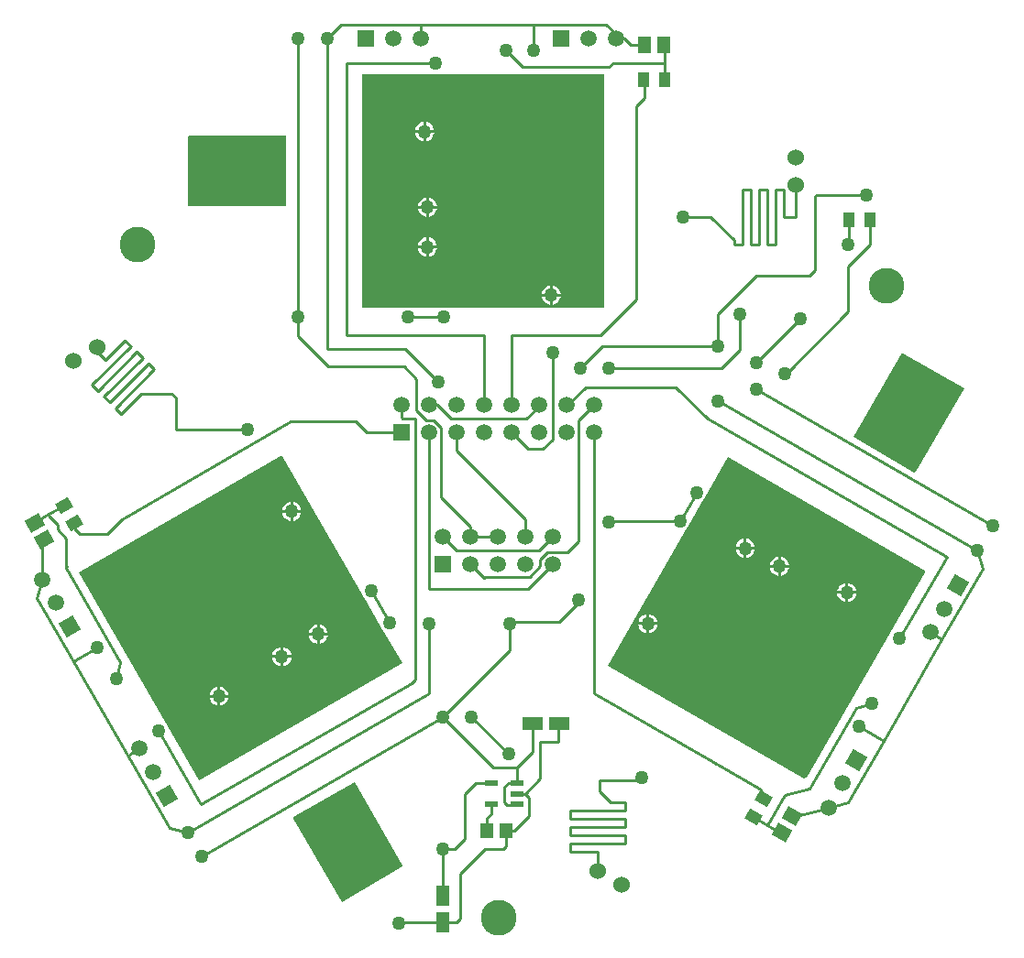
<source format=gbl>
%FSLAX23Y23*%
%MOIN*%
G70*
G01*
G75*
G04 Layer_Physical_Order=2*
G04 Layer_Color=16711680*
%ADD10R,0.057X0.065*%
G04:AMPARAMS|DCode=11|XSize=14mil|YSize=87mil|CornerRadius=0mil|HoleSize=0mil|Usage=FLASHONLY|Rotation=30.000|XOffset=0mil|YOffset=0mil|HoleType=Round|Shape=Rectangle|*
%AMROTATEDRECTD11*
4,1,4,0.016,-0.041,-0.028,0.034,-0.016,0.041,0.028,-0.034,0.016,-0.041,0.0*
%
%ADD11ROTATEDRECTD11*%

G04:AMPARAMS|DCode=12|XSize=55mil|YSize=47mil|CornerRadius=0mil|HoleSize=0mil|Usage=FLASHONLY|Rotation=210.000|XOffset=0mil|YOffset=0mil|HoleType=Round|Shape=Rectangle|*
%AMROTATEDRECTD12*
4,1,4,0.012,0.034,0.036,-0.007,-0.012,-0.034,-0.036,0.007,0.012,0.034,0.0*
%
%ADD12ROTATEDRECTD12*%

G04:AMPARAMS|DCode=13|XSize=12mil|YSize=35mil|CornerRadius=0mil|HoleSize=0mil|Usage=FLASHONLY|Rotation=30.000|XOffset=0mil|YOffset=0mil|HoleType=Round|Shape=Rectangle|*
%AMROTATEDRECTD13*
4,1,4,0.004,-0.018,-0.014,0.012,-0.004,0.018,0.014,-0.012,0.004,-0.018,0.0*
%
%ADD13ROTATEDRECTD13*%

G04:AMPARAMS|DCode=14|XSize=47mil|YSize=31mil|CornerRadius=0mil|HoleSize=0mil|Usage=FLASHONLY|Rotation=210.000|XOffset=0mil|YOffset=0mil|HoleType=Round|Shape=Rectangle|*
%AMROTATEDRECTD14*
4,1,4,0.013,0.025,0.028,-0.002,-0.013,-0.025,-0.028,0.002,0.013,0.025,0.0*
%
%ADD14ROTATEDRECTD14*%

G04:AMPARAMS|DCode=15|XSize=53mil|YSize=41mil|CornerRadius=0mil|HoleSize=0mil|Usage=FLASHONLY|Rotation=210.000|XOffset=0mil|YOffset=0mil|HoleType=Round|Shape=Rectangle|*
%AMROTATEDRECTD15*
4,1,4,0.013,0.031,0.033,-0.005,-0.013,-0.031,-0.033,0.005,0.013,0.031,0.0*
%
%ADD15ROTATEDRECTD15*%

G04:AMPARAMS|DCode=16|XSize=59mil|YSize=49mil|CornerRadius=0mil|HoleSize=0mil|Usage=FLASHONLY|Rotation=210.000|XOffset=0mil|YOffset=0mil|HoleType=Round|Shape=Rectangle|*
%AMROTATEDRECTD16*
4,1,4,0.013,0.036,0.038,-0.007,-0.013,-0.036,-0.038,0.007,0.013,0.036,0.0*
%
%ADD16ROTATEDRECTD16*%

G04:AMPARAMS|DCode=17|XSize=59mil|YSize=49mil|CornerRadius=0mil|HoleSize=0mil|Usage=FLASHONLY|Rotation=300.000|XOffset=0mil|YOffset=0mil|HoleType=Round|Shape=Rectangle|*
%AMROTATEDRECTD17*
4,1,4,-0.036,0.013,0.007,0.038,0.036,-0.013,-0.007,-0.038,-0.036,0.013,0.0*
%
%ADD17ROTATEDRECTD17*%

%ADD18R,0.055X0.047*%
G04:AMPARAMS|DCode=19|XSize=55mil|YSize=47mil|CornerRadius=0mil|HoleSize=0mil|Usage=FLASHONLY|Rotation=120.000|XOffset=0mil|YOffset=0mil|HoleType=Round|Shape=Rectangle|*
%AMROTATEDRECTD19*
4,1,4,0.034,-0.012,-0.007,-0.036,-0.034,0.012,0.007,0.036,0.034,-0.012,0.0*
%
%ADD19ROTATEDRECTD19*%

G04:AMPARAMS|DCode=20|XSize=55mil|YSize=47mil|CornerRadius=0mil|HoleSize=0mil|Usage=FLASHONLY|Rotation=240.000|XOffset=0mil|YOffset=0mil|HoleType=Round|Shape=Rectangle|*
%AMROTATEDRECTD20*
4,1,4,-0.007,0.036,0.034,0.012,0.007,-0.036,-0.034,-0.012,-0.007,0.036,0.0*
%
%ADD20ROTATEDRECTD20*%

%ADD21R,0.047X0.055*%
G04:AMPARAMS|DCode=22|XSize=55mil|YSize=47mil|CornerRadius=0mil|HoleSize=0mil|Usage=FLASHONLY|Rotation=330.000|XOffset=0mil|YOffset=0mil|HoleType=Round|Shape=Rectangle|*
%AMROTATEDRECTD22*
4,1,4,-0.036,-0.007,-0.012,0.034,0.036,0.007,0.012,-0.034,-0.036,-0.007,0.0*
%
%ADD22ROTATEDRECTD22*%

%ADD23R,0.035X0.012*%
G04:AMPARAMS|DCode=24|XSize=12mil|YSize=35mil|CornerRadius=0mil|HoleSize=0mil|Usage=FLASHONLY|Rotation=150.000|XOffset=0mil|YOffset=0mil|HoleType=Round|Shape=Rectangle|*
%AMROTATEDRECTD24*
4,1,4,0.014,0.012,-0.004,-0.018,-0.014,-0.012,0.004,0.018,0.014,0.012,0.0*
%
%ADD24ROTATEDRECTD24*%

%ADD25R,0.053X0.041*%
G04:AMPARAMS|DCode=26|XSize=53mil|YSize=41mil|CornerRadius=0mil|HoleSize=0mil|Usage=FLASHONLY|Rotation=120.000|XOffset=0mil|YOffset=0mil|HoleType=Round|Shape=Rectangle|*
%AMROTATEDRECTD26*
4,1,4,0.031,-0.013,-0.005,-0.033,-0.031,0.013,0.005,0.033,0.031,-0.013,0.0*
%
%ADD26ROTATEDRECTD26*%

G04:AMPARAMS|DCode=27|XSize=53mil|YSize=41mil|CornerRadius=0mil|HoleSize=0mil|Usage=FLASHONLY|Rotation=240.000|XOffset=0mil|YOffset=0mil|HoleType=Round|Shape=Rectangle|*
%AMROTATEDRECTD27*
4,1,4,-0.005,0.033,0.031,0.013,0.005,-0.033,-0.031,-0.013,-0.005,0.033,0.0*
%
%ADD27ROTATEDRECTD27*%

%ADD28R,0.047X0.031*%
G04:AMPARAMS|DCode=29|XSize=47mil|YSize=31mil|CornerRadius=0mil|HoleSize=0mil|Usage=FLASHONLY|Rotation=300.000|XOffset=0mil|YOffset=0mil|HoleType=Round|Shape=Rectangle|*
%AMROTATEDRECTD29*
4,1,4,-0.025,0.013,0.002,0.028,0.025,-0.013,-0.002,-0.028,-0.025,0.013,0.0*
%
%ADD29ROTATEDRECTD29*%

G04:AMPARAMS|DCode=30|XSize=47mil|YSize=31mil|CornerRadius=0mil|HoleSize=0mil|Usage=FLASHONLY|Rotation=60.000|XOffset=0mil|YOffset=0mil|HoleType=Round|Shape=Rectangle|*
%AMROTATEDRECTD30*
4,1,4,0.002,-0.028,-0.025,-0.013,-0.002,0.028,0.025,0.013,0.002,-0.028,0.0*
%
%ADD30ROTATEDRECTD30*%

%ADD31R,0.059X0.049*%
%ADD32R,0.049X0.059*%
G04:AMPARAMS|DCode=33|XSize=59mil|YSize=49mil|CornerRadius=0mil|HoleSize=0mil|Usage=FLASHONLY|Rotation=60.000|XOffset=0mil|YOffset=0mil|HoleType=Round|Shape=Rectangle|*
%AMROTATEDRECTD33*
4,1,4,0.007,-0.038,-0.036,-0.013,-0.007,0.038,0.036,0.013,0.007,-0.038,0.0*
%
%ADD33ROTATEDRECTD33*%

G04:AMPARAMS|DCode=34|XSize=59mil|YSize=49mil|CornerRadius=0mil|HoleSize=0mil|Usage=FLASHONLY|Rotation=150.000|XOffset=0mil|YOffset=0mil|HoleType=Round|Shape=Rectangle|*
%AMROTATEDRECTD34*
4,1,4,0.038,0.007,0.013,-0.036,-0.038,-0.007,-0.013,0.036,0.038,0.007,0.0*
%
%ADD34ROTATEDRECTD34*%

%ADD35R,0.087X0.014*%
G04:AMPARAMS|DCode=36|XSize=14mil|YSize=87mil|CornerRadius=0mil|HoleSize=0mil|Usage=FLASHONLY|Rotation=150.000|XOffset=0mil|YOffset=0mil|HoleType=Round|Shape=Rectangle|*
%AMROTATEDRECTD36*
4,1,4,0.028,0.034,-0.016,-0.041,-0.028,-0.034,0.016,0.041,0.028,0.034,0.0*
%
%ADD36ROTATEDRECTD36*%

G04:AMPARAMS|DCode=37|XSize=47mil|YSize=31mil|CornerRadius=0mil|HoleSize=0mil|Usage=FLASHONLY|Rotation=330.000|XOffset=0mil|YOffset=0mil|HoleType=Round|Shape=Rectangle|*
%AMROTATEDRECTD37*
4,1,4,-0.028,-0.002,-0.013,0.025,0.028,0.002,0.013,-0.025,-0.028,-0.002,0.0*
%
%ADD37ROTATEDRECTD37*%

G04:AMPARAMS|DCode=38|XSize=53mil|YSize=41mil|CornerRadius=0mil|HoleSize=0mil|Usage=FLASHONLY|Rotation=330.000|XOffset=0mil|YOffset=0mil|HoleType=Round|Shape=Rectangle|*
%AMROTATEDRECTD38*
4,1,4,-0.033,-0.005,-0.013,0.031,0.033,0.005,0.013,-0.031,-0.033,-0.005,0.0*
%
%ADD38ROTATEDRECTD38*%

%ADD39R,0.031X0.047*%
%ADD40R,0.041X0.053*%
%ADD41C,0.010*%
%ADD42C,0.130*%
%ADD43C,0.060*%
%ADD44P,0.084X4X165.0*%
%ADD45C,0.059*%
%ADD46R,0.059X0.059*%
%ADD47P,0.084X4X285.0*%
%ADD48C,0.050*%
%ADD49R,0.045X0.024*%
%ADD50R,0.077X0.049*%
%ADD51R,0.049X0.077*%
G36*
X11058Y3641D02*
X11053Y3639D01*
X11053Y3640D01*
X10479D01*
X10475Y3640D01*
X10471Y3640D01*
X10349D01*
X10345Y3640D01*
X10341Y3640D01*
X10178D01*
Y4490D01*
X11058D01*
Y3641D01*
D02*
G37*
G36*
X12146Y3473D02*
X12146Y3472D01*
X12367Y3345D01*
X12191Y3041D01*
X12186Y3039D01*
X11964Y3167D01*
X12141Y3474D01*
X12146Y3473D01*
D02*
G37*
G36*
X9900Y4010D02*
X9895Y4010D01*
X9545D01*
X9545Y4261D01*
X9549Y4265D01*
X9900D01*
Y4010D01*
D02*
G37*
G36*
X9887Y3099D02*
X9890Y3093D01*
X10177Y2596D01*
X10180Y2590D01*
X10183Y2586D01*
X10245Y2479D01*
X10247Y2473D01*
X10251Y2469D01*
X10323Y2344D01*
X9590Y1921D01*
X9590Y1921D01*
X9585Y1920D01*
X9149Y2676D01*
X9882Y3100D01*
X9887Y3099D01*
D02*
G37*
G36*
X10326Y1609D02*
X10325Y1604D01*
X10103Y1476D01*
X9927Y1780D01*
X9928Y1785D01*
X10150Y1913D01*
X10326Y1609D01*
D02*
G37*
G36*
X12219Y2684D02*
X12224Y2681D01*
X12225Y2676D01*
X11795Y1930D01*
X11788Y1928D01*
X11785Y1924D01*
X11071Y2336D01*
X11362Y2841D01*
X11364Y2843D01*
X11365Y2845D01*
X11422Y2945D01*
X11424Y2947D01*
X11425Y2949D01*
X11508Y3094D01*
X12219Y2684D01*
D02*
G37*
%LPC*%
G36*
X11212Y2524D02*
X11208Y2523D01*
X11199Y2520D01*
X11192Y2514D01*
X11186Y2507D01*
X11183Y2498D01*
X11182Y2494D01*
X11212D01*
Y2524D01*
D02*
G37*
G36*
X11222D02*
Y2494D01*
X11251D01*
X11251Y2498D01*
X11247Y2507D01*
X11242Y2514D01*
X11234Y2520D01*
X11226Y2523D01*
X11222Y2524D01*
D02*
G37*
G36*
X10013Y2486D02*
X10009Y2485D01*
X10000Y2481D01*
X9993Y2476D01*
X9987Y2469D01*
X9984Y2460D01*
X9983Y2456D01*
X10013D01*
Y2486D01*
D02*
G37*
G36*
X10023D02*
Y2456D01*
X10053D01*
X10052Y2460D01*
X10049Y2469D01*
X10043Y2476D01*
X10036Y2481D01*
X10027Y2485D01*
X10023Y2486D01*
D02*
G37*
G36*
X11945Y2637D02*
Y2607D01*
X11975D01*
X11974Y2611D01*
X11971Y2620D01*
X11965Y2627D01*
X11958Y2633D01*
X11949Y2636D01*
X11945Y2637D01*
D02*
G37*
G36*
X11690Y2693D02*
X11660D01*
X11661Y2689D01*
X11665Y2680D01*
X11670Y2673D01*
X11677Y2667D01*
X11686Y2664D01*
X11690Y2663D01*
Y2693D01*
D02*
G37*
G36*
X11730D02*
X11700D01*
Y2663D01*
X11704Y2664D01*
X11713Y2667D01*
X11720Y2673D01*
X11726Y2680D01*
X11729Y2689D01*
X11730Y2693D01*
D02*
G37*
G36*
X11935Y2597D02*
X11906D01*
X11906Y2593D01*
X11910Y2585D01*
X11915Y2577D01*
X11923Y2572D01*
X11931Y2568D01*
X11935Y2568D01*
Y2597D01*
D02*
G37*
G36*
X11975D02*
X11945D01*
Y2568D01*
X11949Y2568D01*
X11958Y2572D01*
X11965Y2577D01*
X11971Y2585D01*
X11974Y2593D01*
X11975Y2597D01*
D02*
G37*
G36*
X11935Y2637D02*
X11931Y2636D01*
X11923Y2633D01*
X11915Y2627D01*
X11910Y2620D01*
X11906Y2611D01*
X11906Y2607D01*
X11935D01*
Y2637D01*
D02*
G37*
G36*
X9662Y2260D02*
Y2230D01*
X9692D01*
X9692Y2235D01*
X9688Y2243D01*
X9682Y2250D01*
X9675Y2256D01*
X9667Y2259D01*
X9662Y2260D01*
D02*
G37*
G36*
X9881Y2364D02*
X9852D01*
X9852Y2360D01*
X9856Y2351D01*
X9861Y2344D01*
X9869Y2338D01*
X9877Y2335D01*
X9881Y2334D01*
Y2364D01*
D02*
G37*
G36*
X9921D02*
X9891D01*
Y2334D01*
X9895Y2335D01*
X9904Y2338D01*
X9911Y2344D01*
X9917Y2351D01*
X9920Y2360D01*
X9921Y2364D01*
D02*
G37*
G36*
X9652Y2220D02*
X9623D01*
X9623Y2216D01*
X9627Y2208D01*
X9632Y2200D01*
X9640Y2195D01*
X9648Y2191D01*
X9652Y2191D01*
Y2220D01*
D02*
G37*
G36*
X9692D02*
X9662D01*
Y2191D01*
X9667Y2191D01*
X9675Y2195D01*
X9682Y2200D01*
X9688Y2208D01*
X9692Y2216D01*
X9692Y2220D01*
D02*
G37*
G36*
X9652Y2260D02*
X9648Y2259D01*
X9640Y2256D01*
X9632Y2250D01*
X9627Y2243D01*
X9623Y2235D01*
X9623Y2230D01*
X9652D01*
Y2260D01*
D02*
G37*
G36*
X10053Y2446D02*
X10023D01*
Y2416D01*
X10027Y2417D01*
X10036Y2420D01*
X10043Y2426D01*
X10049Y2433D01*
X10052Y2442D01*
X10053Y2446D01*
D02*
G37*
G36*
X11212Y2484D02*
X11182D01*
X11183Y2480D01*
X11186Y2471D01*
X11192Y2464D01*
X11199Y2458D01*
X11208Y2455D01*
X11212Y2454D01*
Y2484D01*
D02*
G37*
G36*
X11251D02*
X11222D01*
Y2454D01*
X11226Y2455D01*
X11234Y2458D01*
X11242Y2464D01*
X11247Y2471D01*
X11251Y2480D01*
X11251Y2484D01*
D02*
G37*
G36*
X9881Y2404D02*
X9877Y2403D01*
X9869Y2400D01*
X9861Y2394D01*
X9856Y2387D01*
X9852Y2378D01*
X9852Y2374D01*
X9881D01*
Y2404D01*
D02*
G37*
G36*
X9891D02*
Y2374D01*
X9921D01*
X9920Y2378D01*
X9917Y2387D01*
X9911Y2394D01*
X9904Y2400D01*
X9895Y2403D01*
X9891Y2404D01*
D02*
G37*
G36*
X10013Y2446D02*
X9983D01*
X9984Y2442D01*
X9987Y2433D01*
X9993Y2426D01*
X10000Y2420D01*
X10009Y2417D01*
X10013Y2416D01*
Y2446D01*
D02*
G37*
G36*
X11690Y2732D02*
X11686Y2732D01*
X11677Y2728D01*
X11670Y2723D01*
X11665Y2715D01*
X11661Y2707D01*
X11660Y2703D01*
X11690D01*
Y2732D01*
D02*
G37*
G36*
X10420Y3895D02*
Y3865D01*
X10450D01*
X10449Y3869D01*
X10446Y3878D01*
X10440Y3885D01*
X10433Y3891D01*
X10424Y3894D01*
X10420Y3895D01*
D02*
G37*
G36*
X10410Y4000D02*
X10380D01*
X10381Y3996D01*
X10384Y3987D01*
X10390Y3980D01*
X10397Y3974D01*
X10406Y3971D01*
X10410Y3970D01*
Y4000D01*
D02*
G37*
G36*
X10450D02*
X10420D01*
Y3970D01*
X10424Y3971D01*
X10433Y3974D01*
X10440Y3980D01*
X10446Y3987D01*
X10449Y3996D01*
X10450Y4000D01*
D02*
G37*
G36*
X10410Y3855D02*
X10380D01*
X10381Y3851D01*
X10384Y3842D01*
X10390Y3835D01*
X10397Y3829D01*
X10406Y3826D01*
X10410Y3825D01*
Y3855D01*
D02*
G37*
G36*
X10450D02*
X10420D01*
Y3825D01*
X10424Y3826D01*
X10433Y3829D01*
X10440Y3835D01*
X10446Y3842D01*
X10449Y3851D01*
X10450Y3855D01*
D02*
G37*
G36*
X10410Y3895D02*
X10406Y3894D01*
X10397Y3891D01*
X10390Y3885D01*
X10384Y3878D01*
X10381Y3869D01*
X10380Y3865D01*
X10410D01*
Y3895D01*
D02*
G37*
G36*
X10440Y4275D02*
X10410D01*
Y4245D01*
X10414Y4246D01*
X10423Y4249D01*
X10430Y4255D01*
X10436Y4262D01*
X10439Y4271D01*
X10440Y4275D01*
D02*
G37*
G36*
X10400Y4315D02*
X10396Y4314D01*
X10387Y4311D01*
X10380Y4305D01*
X10374Y4298D01*
X10371Y4289D01*
X10370Y4285D01*
X10400D01*
Y4315D01*
D02*
G37*
G36*
X10410D02*
Y4285D01*
X10440D01*
X10439Y4289D01*
X10436Y4298D01*
X10430Y4305D01*
X10423Y4311D01*
X10414Y4314D01*
X10410Y4315D01*
D02*
G37*
G36*
Y4040D02*
X10406Y4039D01*
X10397Y4036D01*
X10390Y4030D01*
X10384Y4023D01*
X10381Y4014D01*
X10380Y4010D01*
X10410D01*
Y4040D01*
D02*
G37*
G36*
X10420D02*
Y4010D01*
X10450D01*
X10449Y4014D01*
X10446Y4023D01*
X10440Y4030D01*
X10433Y4036D01*
X10424Y4039D01*
X10420Y4040D01*
D02*
G37*
G36*
X10400Y4275D02*
X10370D01*
X10371Y4271D01*
X10374Y4262D01*
X10380Y4255D01*
X10387Y4249D01*
X10396Y4246D01*
X10400Y4245D01*
Y4275D01*
D02*
G37*
G36*
X10870Y3720D02*
Y3690D01*
X10900D01*
X10899Y3694D01*
X10896Y3703D01*
X10890Y3710D01*
X10883Y3716D01*
X10874Y3719D01*
X10870Y3720D01*
D02*
G37*
G36*
X11566Y2798D02*
X11562Y2797D01*
X11554Y2794D01*
X11546Y2788D01*
X11541Y2781D01*
X11537Y2773D01*
X11537Y2768D01*
X11566D01*
Y2798D01*
D02*
G37*
G36*
X11576D02*
Y2768D01*
X11606D01*
X11605Y2773D01*
X11602Y2781D01*
X11596Y2788D01*
X11589Y2794D01*
X11581Y2797D01*
X11576Y2798D01*
D02*
G37*
G36*
X9917Y2893D02*
X9887D01*
X9888Y2888D01*
X9891Y2880D01*
X9897Y2873D01*
X9904Y2867D01*
X9913Y2863D01*
X9917Y2863D01*
Y2893D01*
D02*
G37*
G36*
X11700Y2732D02*
Y2703D01*
X11730D01*
X11729Y2707D01*
X11726Y2715D01*
X11720Y2723D01*
X11713Y2728D01*
X11704Y2732D01*
X11700Y2732D01*
D02*
G37*
G36*
X11566Y2758D02*
X11537D01*
X11537Y2754D01*
X11541Y2746D01*
X11546Y2738D01*
X11554Y2733D01*
X11562Y2729D01*
X11566Y2729D01*
Y2758D01*
D02*
G37*
G36*
X11606D02*
X11576D01*
Y2729D01*
X11581Y2729D01*
X11589Y2733D01*
X11596Y2738D01*
X11602Y2746D01*
X11605Y2754D01*
X11606Y2758D01*
D02*
G37*
G36*
X10860Y3680D02*
X10830D01*
X10831Y3676D01*
X10834Y3667D01*
X10840Y3660D01*
X10847Y3654D01*
X10856Y3651D01*
X10860Y3650D01*
Y3680D01*
D02*
G37*
G36*
X10900D02*
X10870D01*
Y3650D01*
X10874Y3651D01*
X10883Y3654D01*
X10890Y3660D01*
X10896Y3667D01*
X10899Y3676D01*
X10900Y3680D01*
D02*
G37*
G36*
X10860Y3720D02*
X10856Y3719D01*
X10847Y3716D01*
X10840Y3710D01*
X10834Y3703D01*
X10831Y3694D01*
X10830Y3690D01*
X10860D01*
Y3720D01*
D02*
G37*
G36*
X9956Y2893D02*
X9927D01*
Y2863D01*
X9931Y2863D01*
X9939Y2867D01*
X9947Y2873D01*
X9952Y2880D01*
X9956Y2888D01*
X9956Y2893D01*
D02*
G37*
G36*
X9917Y2932D02*
X9913Y2932D01*
X9904Y2928D01*
X9897Y2923D01*
X9891Y2915D01*
X9888Y2907D01*
X9887Y2903D01*
X9917D01*
Y2932D01*
D02*
G37*
G36*
X9927D02*
Y2903D01*
X9956D01*
X9956Y2907D01*
X9952Y2915D01*
X9947Y2923D01*
X9939Y2928D01*
X9931Y2932D01*
X9927Y2932D01*
D02*
G37*
%LPD*%
D15*
X9093Y2920D02*
D03*
X9131Y2854D02*
D03*
D16*
X8988Y2855D02*
D03*
X9022Y2795D02*
D03*
D21*
X10630Y1735D02*
D03*
X10700D02*
D03*
D32*
X11206Y4595D02*
D03*
X11274Y4595D02*
D03*
D34*
X11740Y1788D02*
D03*
X11706Y1728D02*
D03*
D38*
X11600Y1784D02*
D03*
X11638Y1851D02*
D03*
D40*
X11202Y4470D02*
D03*
X11278Y4470D02*
D03*
X11947Y3960D02*
D03*
X12023Y3960D02*
D03*
D41*
X11947Y3872D02*
Y3960D01*
X12025Y3870D02*
Y3958D01*
X11945Y3790D02*
X12025Y3870D01*
X11945Y3625D02*
Y3790D01*
X11720Y3400D02*
X11945Y3625D01*
X11715Y3400D02*
X11720D01*
X11830Y4050D02*
X12010D01*
X11825Y4045D02*
X11830Y4050D01*
X11470Y3500D02*
Y3615D01*
X11610Y3755D01*
X11805D01*
X11825Y3775D01*
Y4045D01*
X11990Y4050D02*
X12010D01*
X10471Y2149D02*
X10655Y1965D01*
X10700Y1680D02*
Y1735D01*
X10690Y1670D02*
X10700Y1680D01*
X10625Y1670D02*
X10690D01*
X10535Y1580D02*
X10625Y1670D01*
X10535Y1415D02*
Y1580D01*
X10522Y1402D02*
X10535Y1415D01*
X10470Y1402D02*
X10522D01*
X10590Y1910D02*
X10646D01*
X10550Y1870D02*
X10590Y1910D01*
X10550Y1705D02*
Y1870D01*
X10515Y1670D02*
X10550Y1705D01*
X10470Y1670D02*
X10515D01*
X10312Y1402D02*
X10470D01*
Y1498D02*
Y1670D01*
X10630Y1735D02*
Y1780D01*
X10649Y1799D01*
Y1833D01*
X10700Y1735D02*
X10730D01*
X10785Y1790D01*
Y1855D01*
X10770Y1870D02*
X10785Y1855D01*
X10890Y2060D02*
Y2122D01*
X10825Y2060D02*
X10890D01*
X10825Y1925D02*
Y2060D01*
X10770Y1870D02*
X10825Y1925D01*
X10741Y1870D02*
X10770D01*
X10797Y2022D02*
Y2125D01*
X10740Y1965D02*
X10797Y2022D01*
X10740Y1909D02*
Y1965D01*
X10739Y1910D02*
X10740Y1909D01*
X10741Y1907D01*
X10695Y1840D02*
Y1895D01*
X10705Y1830D02*
X10739D01*
X10695Y1840D02*
X10705Y1830D01*
X10695Y1895D02*
X10710Y1910D01*
X10739D01*
X10472Y2149D02*
X10715Y2392D01*
X10471Y2149D02*
X10472Y2149D01*
X9593Y1642D02*
X10472Y2149D01*
X10655Y1965D02*
X10740D01*
X10210Y2608D02*
X10278Y2491D01*
X10715Y2392D02*
Y2490D01*
X10719Y2495D01*
X10895D01*
X10965Y2565D01*
X11075Y2860D02*
X11076Y2861D01*
X11333D01*
X11393Y2964D01*
X11610Y3341D02*
X12471Y2844D01*
X10770Y2805D02*
Y2870D01*
X10780Y2615D02*
X10870Y2705D01*
X10788Y2660D02*
X10825Y2698D01*
X10853Y2750D02*
X10925D01*
X10965Y2790D01*
X10869Y2795D02*
X10870D01*
X10570Y2805D02*
Y2842D01*
X10465Y2947D02*
X10570Y2842D01*
Y2805D02*
X10670D01*
X9330Y2013D02*
X9369Y2036D01*
X11875Y1820D02*
X11944Y1838D01*
X12243Y2457D02*
X12286Y2432D01*
X12434Y2687D01*
X12415Y2755D02*
X12434Y2687D01*
X12030Y2198D02*
X12044Y2202D01*
X11100Y4620D02*
Y4635D01*
X11065Y4670D02*
X11100Y4635D01*
X10390Y4620D02*
Y4670D01*
X10100D02*
X10390D01*
X10050Y4620D02*
X10100Y4670D01*
X10800Y4575D02*
Y4670D01*
X11065D01*
X10390D02*
X10800D01*
X12074Y2063D02*
X12286Y2432D01*
X8995Y2582D02*
X9014Y2650D01*
X8995Y2582D02*
X9128Y2353D01*
X9214Y2403D01*
X9478Y1746D02*
X9478Y1746D01*
X10470Y3590D02*
X10475Y3595D01*
Y3605D01*
X9128Y2353D02*
X9478Y1746D01*
X10520Y3120D02*
X10770Y2870D01*
X9283Y2289D02*
X9299Y2350D01*
X9102Y2692D02*
X9299Y2350D01*
X9437Y2098D02*
X9591Y1831D01*
X9591D02*
X10357Y2273D01*
X11983Y2116D02*
X12074Y2063D01*
X11944Y1838D02*
X12074Y2063D01*
X11974Y2183D02*
X12030Y2198D01*
X11805Y1889D02*
X11974Y2183D01*
X10700Y4575D02*
X10760Y4515D01*
X11075D01*
X9102Y2692D02*
X9104Y2699D01*
X9305Y2869D02*
X9919Y3224D01*
X11475Y3298D02*
X12415Y2755D01*
X12132Y2434D02*
X12304Y2732D01*
X11433Y3234D02*
X12304Y2732D01*
X9945Y3605D02*
Y4620D01*
X9014Y2650D02*
X9028Y2664D01*
X9251Y2815D02*
X9305Y2869D01*
X9150Y2815D02*
X9251D01*
X9131Y2834D02*
X9150Y2815D01*
X11460Y1983D02*
X11465Y1980D01*
X11021Y2236D02*
X11460Y1983D01*
X11745Y1785D02*
X11875Y1820D01*
X11716Y1866D02*
X11805Y1889D01*
X11652Y1754D02*
X11700Y1726D01*
X11600Y1784D02*
X11652Y1754D01*
X11716Y1866D01*
X11460Y1983D02*
X11629Y1885D01*
X11638Y1851D01*
X9014Y2650D02*
Y2787D01*
X9102Y2692D02*
Y2799D01*
X8994Y2863D02*
X9038Y2888D01*
X9093Y2920D01*
X9038Y2882D02*
Y2888D01*
X9070Y2831D02*
X9102Y2799D01*
X9038Y2882D02*
X9070Y2850D01*
Y2831D02*
Y2850D01*
X11176Y4185D02*
Y4370D01*
Y4185D02*
Y4195D01*
Y3670D02*
Y4185D01*
X11075Y4515D02*
X11090Y4530D01*
X11278Y4474D02*
Y4530D01*
Y4595D01*
X11090Y4530D02*
X11278D01*
X11100Y4620D02*
X11130D01*
X11155Y4595D01*
X11202D01*
X11206Y4401D02*
Y4470D01*
X11176Y4371D02*
X11206Y4401D01*
X11046Y3540D02*
X11176Y3670D01*
X10720Y3540D02*
X11046D01*
X9945Y3535D02*
X10055Y3425D01*
X9945Y3535D02*
Y3605D01*
X9478Y1746D02*
X9546Y1728D01*
X9215Y3485D02*
Y3495D01*
X9500Y3195D02*
X9760D01*
X9500D02*
Y3311D01*
X9281Y3273D02*
X9422Y3414D01*
X9401Y3435D02*
X9422Y3414D01*
X9260Y3294D02*
X9401Y3435D01*
X9239Y3315D02*
X9260Y3294D01*
X9239Y3315D02*
X9380Y3456D01*
X9359Y3478D02*
X9380Y3456D01*
X9217Y3336D02*
X9359Y3478D01*
X9196Y3357D02*
X9217Y3336D01*
X9196Y3357D02*
X9338Y3499D01*
X9316Y3520D02*
X9338Y3499D01*
X9246Y3449D02*
X9316Y3520D01*
X9215Y3480D02*
X9246Y3449D01*
X9281Y3273D02*
X9302Y3251D01*
X9376Y3325D01*
X9485D01*
X9500Y3311D01*
X11610Y3440D02*
X11770Y3600D01*
X11185Y1920D02*
X11195Y1930D01*
X11080Y1840D02*
X11135D01*
X11035Y1590D02*
Y1660D01*
X10935D02*
X11035D01*
X10935D02*
Y1690D01*
X11135D01*
Y1720D01*
X10935D02*
X11135D01*
X10935D02*
Y1750D01*
X11135D01*
Y1780D01*
X10935D02*
X11135D01*
X10935D02*
Y1810D01*
X11135D01*
Y1840D01*
X11042Y1878D02*
Y1918D01*
X11045Y1920D01*
X11185D01*
X11042Y1878D02*
X11080Y1840D01*
X11755Y3970D02*
Y4085D01*
X11710Y3970D02*
X11755D01*
X11710D02*
Y4070D01*
X11680D02*
X11710D01*
X11680Y3870D02*
Y4070D01*
X11650Y3870D02*
X11680D01*
X11650D02*
Y4070D01*
X11620D02*
X11650D01*
X11620Y3870D02*
Y4070D01*
X11590Y3870D02*
X11620D01*
X11590D02*
Y4070D01*
X11560D02*
X11590D01*
X11560Y3870D02*
Y4070D01*
X11345Y3970D02*
X11445D01*
X11530Y3885D01*
Y3870D02*
X11560D01*
X11530D02*
Y3885D01*
X9546Y1728D02*
X9546Y1728D01*
X10420Y2234D01*
X10575Y2150D02*
X10710Y2015D01*
X11050Y3500D02*
X11470D01*
X10970Y3420D02*
X11050Y3500D01*
X10420Y2615D02*
X10780D01*
X10420D02*
Y3065D01*
X10050Y3490D02*
Y4620D01*
X10120Y4530D02*
X10445D01*
X10120Y3540D02*
Y4530D01*
X10345Y3605D02*
X10470D01*
X10120Y3540D02*
X10620D01*
X10050Y3490D02*
X10335D01*
X10455Y3370D01*
X10330Y3425D02*
X10375Y3380D01*
X10190Y3425D02*
X10330D01*
X10055D02*
X10190D01*
X10195D01*
X10776Y3235D02*
X10820Y3279D01*
X10870Y3160D02*
Y3475D01*
X10720Y3285D02*
Y3540D01*
X10720Y3185D02*
X10780Y3125D01*
X10465Y2947D02*
Y3203D01*
X9919Y3224D02*
X10156D01*
X10195Y3185D01*
X10320D01*
X10420Y2234D02*
Y2490D01*
X10357Y2273D02*
X10370Y2286D01*
X10325Y3235D02*
X10370D01*
X10320Y3240D02*
X10325Y3235D01*
X10320Y3240D02*
Y3285D01*
X10370Y2286D02*
Y3235D01*
X10420Y3065D02*
Y3185D01*
X10620Y3285D02*
Y3540D01*
X10500Y3235D02*
X10776D01*
X10438Y3230D02*
X10465Y3203D01*
X10410Y3230D02*
X10438D01*
X10375Y3265D02*
X10410Y3230D01*
X10375Y3265D02*
Y3380D01*
X10420Y3285D02*
X10450D01*
X10500Y3235D01*
X11021Y2236D02*
Y3184D01*
X10965Y2790D02*
Y3230D01*
X11020Y3285D01*
X11318Y3350D02*
X11433Y3234D01*
X10925Y3285D02*
X10990Y3350D01*
X11318D01*
X10625Y2660D02*
X10788D01*
X10570Y2705D02*
X10620Y2655D01*
X10625Y2660D01*
X10470Y2805D02*
X10520Y2755D01*
X10820D02*
X10870Y2805D01*
X10520Y2755D02*
X10820D01*
X10825Y2698D02*
Y2723D01*
X10852Y2750D01*
X10780Y3125D02*
X10835D01*
X10870Y3160D01*
X10520Y3120D02*
Y3185D01*
X11075Y3420D02*
X11485D01*
X11550Y3485D01*
Y3615D01*
D42*
X10675Y1420D02*
D03*
X12085Y3720D02*
D03*
X9360Y3870D02*
D03*
D43*
X9128Y3445D02*
D03*
X9215Y3495D02*
D03*
X11755Y4185D02*
D03*
X11755Y4085D02*
D03*
X11122Y1540D02*
D03*
X11035Y1590D02*
D03*
D44*
X9469Y1862D02*
D03*
X9114Y2477D02*
D03*
D45*
X9419Y1949D02*
D03*
X9369Y2036D02*
D03*
X10870Y2805D02*
D03*
Y2705D02*
D03*
X10770Y2805D02*
D03*
Y2705D02*
D03*
X10670Y2805D02*
D03*
Y2705D02*
D03*
X10570Y2805D02*
D03*
Y2705D02*
D03*
X10470Y2805D02*
D03*
X10320Y3285D02*
D03*
X10420Y3185D02*
D03*
Y3285D02*
D03*
X10520Y3185D02*
D03*
X10520Y3285D02*
D03*
X10620Y3185D02*
D03*
X10620Y3285D02*
D03*
X10720Y3185D02*
D03*
X10720Y3285D02*
D03*
X10820Y3185D02*
D03*
X10820Y3285D02*
D03*
X10920Y3185D02*
D03*
X10920Y3285D02*
D03*
X11020Y3185D02*
D03*
X11020Y3285D02*
D03*
X11100Y4620D02*
D03*
X11000Y4620D02*
D03*
X10390Y4620D02*
D03*
X10290D02*
D03*
X9014Y2650D02*
D03*
X9064Y2564D02*
D03*
X11875Y1820D02*
D03*
X11925Y1907D02*
D03*
X12243Y2457D02*
D03*
X12293Y2543D02*
D03*
D46*
X10470Y2705D02*
D03*
X10320Y3185D02*
D03*
X10900Y4620D02*
D03*
X10190D02*
D03*
D47*
X11975Y1993D02*
D03*
X12343Y2630D02*
D03*
D48*
X11550Y3615D02*
D03*
X11610Y3440D02*
D03*
X11945Y3870D02*
D03*
X12010Y4050D02*
D03*
X9593Y1642D02*
D03*
X10472Y2149D02*
D03*
X10278Y2491D02*
D03*
X10210Y2608D02*
D03*
X10715Y2490D02*
D03*
X10965Y2575D02*
D03*
X11075Y2860D02*
D03*
X11333Y2861D02*
D03*
X11393Y2964D02*
D03*
X12471Y2844D02*
D03*
X11610Y3341D02*
D03*
X10710Y2015D02*
D03*
X9886Y2369D02*
D03*
X9922Y2898D02*
D03*
X9214Y2403D02*
D03*
X9283Y2289D02*
D03*
X9437Y2098D02*
D03*
X12132Y2434D02*
D03*
X10445Y4530D02*
D03*
X12415Y2755D02*
D03*
X12030Y2198D02*
D03*
X10050Y4620D02*
D03*
X10700Y4575D02*
D03*
X10800D02*
D03*
X11571Y2763D02*
D03*
X11695Y2698D02*
D03*
X10018Y2451D02*
D03*
X11940Y2602D02*
D03*
X9657Y2225D02*
D03*
X10405Y4280D02*
D03*
X10415Y4005D02*
D03*
Y3860D02*
D03*
X10865Y3685D02*
D03*
X10345Y3605D02*
D03*
X10475D02*
D03*
X9546Y1728D02*
D03*
X11983Y2116D02*
D03*
X9945Y4620D02*
D03*
Y3605D02*
D03*
X10470Y1670D02*
D03*
X10420Y2490D02*
D03*
X10310Y1400D02*
D03*
X9760Y3195D02*
D03*
X11470Y3300D02*
D03*
Y3500D02*
D03*
X11075Y3420D02*
D03*
X10970D02*
D03*
X11770Y3600D02*
D03*
X11195Y1930D02*
D03*
X11217Y2489D02*
D03*
X11345Y3970D02*
D03*
X10455Y3370D02*
D03*
X10575Y2150D02*
D03*
X10870Y3475D02*
D03*
X11715Y3400D02*
D03*
D49*
X10649Y1907D02*
D03*
Y1833D02*
D03*
X10741D02*
D03*
Y1870D02*
D03*
Y1907D02*
D03*
D50*
X10797Y2125D02*
D03*
X10893Y2125D02*
D03*
D51*
X10470Y1498D02*
D03*
Y1402D02*
D03*
M02*

</source>
